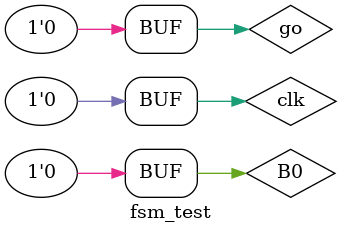
<source format=v>
`timescale 1ns / 1ps


module fsm_test;

	// Inputs
	reg B0;
	reg go;
	reg clk;

	// Outputs
	wire Tsw;
	wire ldn;
	wire Tn;
	wire ldcnt;
	wire Tcnt;
	wire ldf0;
	wire Tf0;
	wire ldf1;
	wire Tf1;
	wire ldout;
	wire Tout;
	wire [2:0] fn_sel;
	wire over;

	// Instantiate the Unit Under Test (UUT)
	controller_fsm uut (
		.Tsw(Tsw), 
		.ldn(ldn), 
		.Tn(Tn), 
		.ldcnt(ldcnt), 
		.Tcnt(Tcnt), 
		.ldf0(ldf0), 
		.Tf0(Tf0), 
		.ldf1(ldf1), 
		.Tf1(Tf1), 
		.ldout(ldout), 
		.Tout(Tout), 
		.fn_sel(fn_sel), 
		.B0(B0), 
		.go(go), 
		.over(over), 
		.clk(clk)
	);

	initial begin
		// Initialize Inputs
		B0 = 0;
		go = 0;
		clk = 0;

		// Wait 100 ns for global reset to finish
		#100;
        
		// Add stimulus here

	end
      
endmodule


</source>
